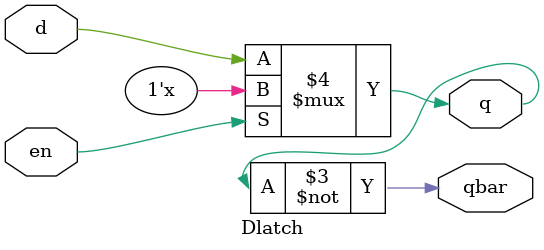
<source format=v>
module Dlatch(d,en,q,qbar);
input d,en;
output reg q;
output wire qbar;
always @(*) begin
if(en==0)
q<=d;
end
assign qbar=~q;
endmodule

</source>
